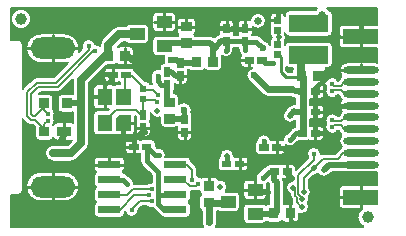
<source format=gbl>
G04 Layer: BottomLayer*
G04 EasyEDA Pro v1.8.39, 2022-10-27 11:15:30*
G04 Gerber Generator version 0.3*
G04 Scale: 100 percent, Rotated: No, Reflected: No*
G04 Dimensions in millimeters*
G04 Leading zeros omitted, absolute positions, 3 integers and 3 decimals*
%FSLAX33Y33*%
%MOMM*%
%ADD999C,0.2032*%
%ADD10C,0.254*%
%ADD11O,3.79984X1.80086*%
%ADD12C,1.00076*%
%ADD13O,2.999999X0.599999*%
%ADD14C,0.450002*%
%ADD15C,0.599999*%
%ADD16C,0.6590*%
%ADD17C,0.650001*%
%ADD18C,0.499999*%
%ADD19C,0.2032*%
%ADD20C,0.399999*%
%ADD21C,0.600001*%
%ADD22C,0.127*%
%ADD23C,0.25*%
%ADD24C,0.299999*%
%ADD25C,0.700001*%
%ADD26C,0.202999*%
G75*


G04 Copper Start*
G36*
G01X358Y358D02*
G01X358Y3042D01*
G01X1000D01*
G03X1358Y3400I0J358D01*
G01Y9459D01*
G03X1402Y9408I369J274D01*
G01X1737Y9073D01*
G03X2063Y8938I325J325D01*
G01X2248D01*
G01X2413Y8773D01*
G01Y7991D01*
G03X2771Y7633I358J0D01*
G01X3609D01*
G03X3951Y7884I0J358D01*
G03X4293Y7633I342J106D01*
G01X5487D01*
G03X5515Y7634I0J358D01*
G01X5168Y7287D01*
G01X4470D01*
G01X3937D01*
G03X3229Y6579I0J-708D01*
G03X3937Y5870I708J0D01*
G01X4470D01*
G01X5461D01*
G03X5962Y6078I0J708D01*
G01X6800Y6916D01*
G03X7007Y7417I-501J501D01*
G01Y10786D01*
G01Y12483D01*
G01X8525Y14000D01*
G01X9008D01*
G03X9308Y14163I0J358D01*
G03X9608Y14000I300J196D01*
G01X10408D01*
G03X10766Y14358I0J358D01*
G01Y15258D01*
G03X10408Y15616I-358J0D01*
G01X9608D01*
G03X9437Y15573I0J-358D01*
G01X9818Y15954D01*
G01X10117D01*
G03X10414Y15796I297J200D01*
G01X11684D01*
G03X12042Y16154I0J358D01*
G01Y17170D01*
G03X11684Y17529I-358J0D01*
G01X10414D01*
G03X10117Y17371I0J-358D01*
G01X9525D01*
G03X9024Y17163I0J-708D01*
G01X8110Y16249D01*
G03X7902Y15748I501J-501D01*
G01Y15653D01*
G03X7518Y15798I-384J-439D01*
G01X7504D01*
G03X6934Y16255I-569J-126D01*
G03X6351Y15672I0J-583D01*
G03X6402Y15434I583J0D01*
G01X6118Y15151D01*
G03X6154Y15450I-1223J299D01*
G03X4896Y16708I-1259J0D01*
G01X2897D01*
G03X1638Y15450I0J-1259D01*
G03X2897Y14191I1259J0D01*
G01X4896D01*
G03X5195Y14227I0J1259D01*
G01X3975Y13007D01*
G01X2545D01*
G03X2220Y12873I0J-460D01*
G01X1402Y12055D01*
G03X1358Y12004I325J-325D01*
G01Y15800D01*
G03X1000Y16158I-358J0D01*
G01X358D01*
G01Y18842D01*
G01X2286D01*
G01X26288D01*
G03X26137Y18668I433J-528D01*
G01X23918D01*
G03X23560Y18310I0J-358D01*
G01Y18172D01*
G03X23206Y18473I-354J-57D01*
G01X22666D01*
G03X22308Y18115I0J-358D01*
G01Y17549D01*
G03X22341Y17399I358J0D01*
G03X22308Y17249I325J-150D01*
G01Y16683D01*
G03X22430Y16414I358J0D01*
G03Y16383I607J-31D01*
G03Y16352I608J0D01*
G03X22308Y16083I236J-270D01*
G01Y15733D01*
G03X21865Y16084I-591J-289D01*
G01X21527Y16422D01*
G03X21133Y16586I-395J-395D01*
G01X20794D01*
G03X20821Y16723I-331J137D01*
G01Y17279D01*
G03X21285Y17097I464J501D01*
G03X21968Y17780I0J683D01*
G03X21285Y18463I-683J0D01*
G03X20605Y17841I0J-683D01*
G03X20463Y17871I-142J-329D01*
G01X19923D01*
G03X19565Y17513I0J-358D01*
G01Y16723D01*
G03X19587Y16599I358J0D01*
G01X19219D01*
G03X19246Y16736I-331J137D01*
G01Y17526D01*
G03X18888Y17884I-358J0D01*
G01X18348D01*
G03X17990Y17526I0J-358D01*
G01Y16736D01*
G03X17999Y16657I358J0D01*
G03X17756Y16508I187J-579D01*
G01X17625Y16377D01*
G03X17247Y16509I-378J-476D01*
G01X15945D01*
G03X15860Y16586I-281J-222D01*
G03X16023Y16886I-196J300D01*
G01Y17686D01*
G03X15665Y18044I-358J0D01*
G01X14765D01*
G03X14406Y17686I0J-358D01*
G01Y16886D01*
G03X14569Y16586I358J0D01*
G03X14484Y16509I196J-300D01*
G01X14023D01*
G03X13970Y16513I-53J-354D01*
G01X12700D01*
G03X12342Y16154I0J-358D01*
G01Y15138D01*
G03X12700Y14780I358J0D01*
G01X13348D01*
G03X13286Y14503I597J-277D01*
G03X13360Y14201I658J0D01*
G01X13319D01*
G03X12961Y13843I0J-358D01*
G01Y13685D01*
G03X12776Y13715I-185J-553D01*
G03X12193Y13132I0J-583D01*
G03X12218Y12963I583J0D01*
G01Y12675D01*
G03X12291Y12399I558J0D01*
G01X12171D01*
G03X11827Y12656I-344J-101D01*
G01X11719D01*
G01X10918Y13457D01*
G03X10843Y13518I-325J-325D01*
G03X10491Y13811I-352J-65D01*
G01X9700D01*
G03X9550Y13778I0J-358D01*
G03X9400Y13811I-150J-325D01*
G01X8610D01*
G03X8252Y13453I0J-358D01*
G01Y12913D01*
G03X8610Y12554I358J0D01*
G01X9400D01*
G03X9550Y12587I0J358D01*
G03X9599Y12569I150J325D01*
G01Y12394D01*
G01X9294D01*
G03X9093Y12332I0J-358D01*
G03X8893Y12394I-201J-297D01*
G01X7694D01*
G03X7336Y12036I0J-358D01*
G01Y10636D01*
G03X7694Y10278I358J0D01*
G01X8637D01*
G01X8554Y10194D01*
G01X7694D01*
G03X7336Y9836I0J-358D01*
G01Y8437D01*
G03X7694Y8078I358J0D01*
G01X8893D01*
G03X9092Y8139I0J358D01*
G03X9294Y8077I202J296D01*
G01X10493D01*
G03X10851Y8435I0J358D01*
G01Y9683D01*
G01X10929Y9605D01*
G01Y9421D01*
G03X10962Y9271I358J0D01*
G03X10929Y9121I325J-150D01*
G01Y8331D01*
G03X11287Y7973I358J0D01*
G01X11827D01*
G03X12185Y8331I0J358D01*
G01Y9121D01*
G03X12152Y9271I-358J0D01*
G03X12185Y9421I-325J150D01*
G01Y9981D01*
G03X12762Y9564I577J191D01*
G03X13002Y9613I0J608D01*
G01Y9086D01*
G03X13360Y8727I358J0D01*
G01X14224D01*
G03X14439Y8799I0J358D01*
G03X14434Y8740I353J-59D01*
G01Y7950D01*
G03X14792Y7592I358J0D01*
G01X15332D01*
G03X15690Y7950I0J358D01*
G01Y8740D01*
G03X15657Y8890I-358J0D01*
G03X15690Y9040I-325J150D01*
G01Y9830D01*
G03X15634Y10023I-358J0D01*
G03X15670Y10236I-623J213D01*
G03X15011Y10894I-658J0D01*
G03X14582Y10735I0J-658D01*
G01Y11285D01*
G03X14224Y11643I-358J0D01*
G01X14197D01*
G01Y11845D01*
G03X14217Y11963I-338J118D01*
G01Y12442D01*
G03X14437Y12367I219J283D01*
G01X14977D01*
G03X15335Y12725I0J358D01*
G01Y13515D01*
G03X15324Y13602I-358J0D01*
G01X15424D01*
G03X15664Y13510I240J266D01*
G01X16464D01*
G03X16764Y13672I0J358D01*
G03X17064Y13510I300J196D01*
G01X17864D01*
G03X18222Y13868I0J358D01*
G01Y14732D01*
G03X18210Y14826I-358J0D01*
G03X18593Y14682I383J440D01*
G03X19176Y15265I0J583D01*
G01Y15269D01*
G01Y15291D01*
G01Y15433D01*
G03X19207Y15483I-288J213D01*
G01X19597D01*
G03X19635Y15420I326J149D01*
G01Y15367D01*
G01Y15346D01*
G01Y15342D01*
G03X19843Y14895I583J0D01*
G03X19784Y14697I299J-198D01*
G01Y14157D01*
G03X20142Y13799I358J0D01*
G01X20810D01*
G03X20297Y13157I145J-642D01*
G03X20490Y12692I658J0D01*
G01X21633Y11549D01*
G03X22098Y11356I465J465D01*
G01X23980D01*
G03X24384Y11203I404J455D01*
G01X24400D01*
G01Y10728D01*
G03X24346Y10730I-54J-606D01*
G03X23916Y10552I0J-608D01*
G01X23548Y10184D01*
G03X23369Y9754I430J-430D01*
G03X23978Y9145I608J0D01*
G03X24400Y9316I0J608D01*
G01Y8811D01*
G03X24128Y8661I123J-544D01*
G01X23702Y8236D01*
G03X23394Y7722I275J-514D01*
G03X23397Y7665I583J0D01*
G03X23267Y7689I-131J-334D01*
G01X22477D01*
G03X22347Y7665I0J-358D01*
G03X21768Y8180I-579J-68D01*
G03X21185Y7628I0J-583D01*
G03X21028Y7331I201J-296D01*
G01Y6791D01*
G03X21386Y6433I358J0D01*
G01X22177D01*
G03X22327Y6466I0J358D01*
G03X22477Y6433I150J325D01*
G01X23267D01*
G03X23625Y6791I0J358D01*
G01Y7257D01*
G03X23978Y7138I353J464D01*
G03X24492Y7446I0J583D01*
G01X24672Y7627D01*
G01X24850D01*
G03X25046Y7597I196J628D01*
G03X25243Y7627I0J658D01*
G01X25441D01*
G03X25592Y7660I0J358D01*
G03X25742Y7627I150J325D01*
G01X26532D01*
G03X26890Y7985I0J358D01*
G01Y8525D01*
G03X26532Y8883I-358J0D01*
G01X25742D01*
G01X25716Y8882D01*
G01Y9432D01*
G03X25753Y9430I37J356D01*
G01X26543D01*
G03X26901Y9788I0J358D01*
G01Y10328D01*
G03X26543Y10687I-358J0D01*
G01X25753D01*
G03X25716Y10685I0J-358D01*
G01Y11185D01*
G03X25753Y11183I37J356D01*
G01X26543D01*
G03X26901Y11541I0J358D01*
G01Y12081D01*
G03X26823Y12305I-358J0D01*
G03X26980Y12378I-69J351D01*
G03X27070Y12129I579J68D01*
G03X26976Y11811I489J-317D01*
G03X27559Y11228I583J0D01*
G03X28038Y11478I0J583D01*
G01X28105D01*
G01X28168Y11415D01*
G03X28372Y11100I632J185D01*
G03X28142Y10600I428J-500D01*
G03X28372Y10100I658J0D01*
G03X28186Y9836I428J-500D01*
G01X28174Y9825D01*
G01X28080Y9731D01*
G01X28019D01*
G03X27559Y9956I-460J-358D01*
G03X26976Y9373I0J-583D01*
G03X27054Y9081I583J0D01*
G03X26976Y8788I505J-292D01*
G03X27559Y8205I583J0D01*
G03X28055Y8481I0J583D01*
G01X28080D01*
G01X28179Y8382D01*
G03X28372Y8100I621J218D01*
G03X28142Y7600I428J-500D01*
G03X28372Y7100I658J0D01*
G03X28229Y6927I428J-500D01*
G03X28197Y6898I266J-327D01*
G01X27842Y6543D01*
G01X26822D01*
G03X26590Y6473I0J-422D01*
G03X26593Y6528I-581J54D01*
G03X26010Y7111I-583J0D01*
G03X25426Y6528I0J-583D01*
G03X25555Y6162I583J0D01*
G01X24514Y5120D01*
G01Y5299D01*
G03X24156Y5657I-358J0D01*
G01X23366D01*
G03X23216Y5624I0J-358D01*
G03X23066Y5657I-150J-325D01*
G01X22275D01*
G03X21984Y5507I0J-358D01*
G03X21830Y5398I241J-503D01*
G01X21391Y4959D01*
G03X21083Y4445I275J-514D01*
G03X21092Y4346I583J0D01*
G01X20396D01*
G03X20038Y3988I0J-358D01*
G01Y2972D01*
G03X20396Y2614I358J0D01*
G01X21666D01*
G03X22024Y2972I0J358D01*
G01Y3985D01*
G03X22113Y4071I-358J460D01*
G03X22227Y3913I544J273D01*
G01X22252Y3888D01*
G01Y2307D01*
G01X22217D01*
G03X21945Y2181I0J-358D01*
G03X21666Y2314I-278J-225D01*
G01X20396D01*
G03X20038Y1956I0J-358D01*
G01Y940D01*
G03X20396Y582I358J0D01*
G01X21666D01*
G03X21985Y776I0J358D01*
G03X22217Y690I232J272D01*
G01X23017D01*
G03X23317Y853I0J358D01*
G03X23617Y690I300J196D01*
G01X24417D01*
G03X24775Y1049I0J358D01*
G01Y1464D01*
G03X24994Y1424I218J568D01*
G03X25602Y2032I0J608D01*
G03X25512Y2350I-608J0D01*
G03X25602Y2667I-519J318D01*
G03X25575Y2846I-608J0D01*
G03X25754Y3277I-429J431D01*
G03X25568Y3715I-608J0D01*
G01Y4270D01*
G01X25998Y4701D01*
G01X26010Y4700D01*
G03X26380Y4826I0J608D01*
G03X26873Y4573I493J355D01*
G03X27303Y4752I0J608D01*
G01X27544Y4992D01*
G01X28548D01*
G03X28800Y4942I252J608D01*
G01X31200D01*
G03X31342Y4957I0J658D01*
G01Y3857D01*
G01X28476D01*
G03X28118Y3499I0J-358D01*
G01Y2199D01*
G03X28476Y1841I358J0D01*
G01X30056D01*
G03X29698Y1143I500J-698D01*
G03X30208Y358I859J0D01*
G01X17726D01*
G03X17829Y711I-555J353D01*
G01Y1704D01*
G01X17855D01*
G03X18110Y1598I255J252D01*
G01X19380D01*
G03X19738Y1956I0J358D01*
G01Y2972D01*
G03X19380Y3330I-358J0D01*
G01X18539D01*
G03X18693Y3734I-455J404D01*
G03X18085Y4342I-608J0D01*
G03X17908Y4316I0J-608D01*
G03X17570Y4557I-339J-117D01*
G01X16670D01*
G03X16480Y4502I0J-358D01*
G03X16210Y4571I-274J-515D01*
G03X16119Y4695I-512J-278D01*
G01Y5182D01*
G03X15995Y5480I-422J0D01*
G01X15585Y5890D01*
G01Y5931D01*
G03X15227Y6289I-358J0D01*
G01X13438D01*
G03X13461Y6452I-560J163D01*
G03X12878Y7035I-583J0D01*
G03X12742Y7019I0J-583D01*
G01X12613Y7148D01*
G01Y7382D01*
G03X12255Y7740I-358J0D01*
G01X11465D01*
G03X11315Y7707I0J-358D01*
G03X11165Y7740I-150J-325D01*
G01X10375D01*
G03X10016Y7382I0J-358D01*
G01Y6842D01*
G03X10375Y6484I358J0D01*
G01X11165D01*
G03X11302Y6511I0J358D01*
G01Y5920D01*
G03X11465Y5526I558J0D01*
G01X12269Y4722D01*
G01Y4139D01*
G01X12268D01*
G03X11865Y3978I0J-583D01*
G01X10793D01*
G01X10794Y3988D01*
G03X10409Y4553I-608J0D01*
G01X10224Y4738D01*
G03X9910Y4896I-395J-395D01*
G03X9805Y4978I-270J-235D01*
G03X9997Y5296I-166J318D01*
G01Y5931D01*
G03X9639Y6289I-358J0D01*
G01X7734D01*
G03X7376Y5931I0J-358D01*
G01Y5296D01*
G03X7569Y4978I358J0D01*
G03X7376Y4661I166J-317D01*
G01Y4026D01*
G03X7569Y3708I358J0D01*
G03X7376Y3391I166J-317D01*
G01Y2756D01*
G03X7569Y2438I358J0D01*
G03X7376Y2121I166J-317D01*
G01Y1486D01*
G03X7734Y1128I358J0D01*
G01X9639D01*
G03X9997Y1486I0J358D01*
G01Y1629D01*
G01X10018Y1649D01*
G03X10592Y1169I574J103D01*
G03X11175Y1753I0J583D01*
G03X11172Y1813I-583J0D01*
G01X11427Y2068D01*
G01X11865D01*
G03X12268Y1906I403J422D01*
G03X12422Y1927I0J583D01*
G01X12432Y1917D01*
G01X12940Y1409D01*
G03X12983Y1370I395J395D01*
G03X13322Y1128I339J116D01*
G01X15227D01*
G03X15585Y1486I0J358D01*
G01Y2121D01*
G03X15393Y2438I-358J0D01*
G03X15585Y2756I-166J318D01*
G01Y3388D01*
G01X16027D01*
G03X16152Y3407I0J422D01*
G03X16205Y3405I53J581D01*
G03X16311Y3414I0J583D01*
G01Y3399D01*
G03X16474Y3099I358J0D01*
G03X16311Y2799I196J-300D01*
G01Y1999D01*
G03X16512Y1677I358J0D01*
G01Y711D01*
G03X16615Y358I658J0D01*
G01X358D01*
G37*
%LPC*%
G36*
G01X4896Y2492D02*
G03X6154Y3750I0J1259D01*
G03X4896Y5009I-1259J0D01*
G01X2897D01*
G03X1638Y3750I0J-1259D01*
G03X2897Y2492I1259J0D01*
G01X4896D01*
G37*
G36*
G01X19027Y5036D02*
G03X19177Y5069I0J358D01*
G03X19327Y5036I150J325D01*
G01X20117D01*
G03X20475Y5394I0J358D01*
G01Y5934D01*
G03X20117Y6292I-358J0D01*
G01X19327D01*
G03X19248Y6284I0J-358D01*
G03X19252Y6350I-604J66D01*
G03X18644Y6958I-608J0D01*
G03X18035Y6350I0J-608D01*
G03X18046Y6237I608J0D01*
G03X17879Y5934I191J-303D01*
G01Y5394D01*
G03X18237Y5036I358J0D01*
G01X19027D01*
G37*
G36*
G01X13970Y16812D02*
G03X14328Y17170I0J358D01*
G01Y18186D01*
G03X13970Y18545I-358J0D01*
G01X12700D01*
G03X12342Y18186I0J-358D01*
G01Y17170D01*
G03X12700Y16812I358J0D01*
G01X13970D01*
G37*
G36*
G01X1219Y17074D02*
G03X2078Y17932I0J859D01*
G03X1219Y18791I-859J0D01*
G03X361Y17932I0J-859D01*
G03X1219Y17074I859J0D01*
G37*
%LPD*%
G36*
G01X4293Y9187D02*
G03X3951Y8935I0J-358D01*
G03X3941Y8965I-342J-106D01*
G03X4063Y9322I-461J357D01*
G03X3977Y9627I-583J0D01*
G03X4063Y9931I-497J305D01*
G03X3953Y10272I-583J0D01*
G03X3967Y10373I-344J101D01*
G01Y11212D01*
G03X3609Y11570I-358J0D01*
G01X2771D01*
G03X2716Y11566I0J-358D01*
G01X2883Y11732D01*
G01X4313D01*
G03X4638Y11867I0J460D01*
G01X5593Y12821D01*
G03X5591Y12776I707J-45D01*
G01Y11560D01*
G03X5509Y11570I-82J-349D01*
G01X4671D01*
G03X4313Y11212I0J-358D01*
G01Y10373D01*
G03X4671Y10015I358J0D01*
G01X5509D01*
G03X5591Y10025I0J358D01*
G01Y9172D01*
G03X5487Y9187I-104J-343D01*
G01X4293D01*
G37*
G36*
G01X23617Y2307D02*
G03X23468Y2274I0J-358D01*
G01Y4140D01*
G03X23409Y4401I-608J0D01*
G01X24156D01*
G03X24284Y4425I0J358D01*
G01Y4265D01*
G03X24257Y4266I-27J-608D01*
G03X23649Y3658I0J-608D01*
G03X24030Y3093I608J0D01*
G01Y2989D01*
G03X24131Y2714I422J0D01*
G01Y2422D01*
G03X24147Y2307I422J0D01*
G01X23617D01*
G37*
G36*
G01X28069Y12728D02*
G03X27559Y13029I-510J-282D01*
G03X27112Y12821I0J-583D01*
G01Y13556D01*
G03X27022Y13793I-358J0D01*
G01X27238D01*
G03X27596Y14152I0J358D01*
G01Y15653D01*
G03X27238Y16011I-358J0D01*
G01X23918D01*
G03X23564Y15710I0J-358D01*
G01Y16079D01*
G03X23646Y16383I-527J304D01*
G03X23564Y16687I-608J0D01*
G01Y16751D01*
G03X23918Y16450I354J57D01*
G01X27238D01*
G03X27596Y16808I0J358D01*
G01Y18310D01*
G03X27309Y18661I-358J0D01*
G03X27154Y18842I-588J-347D01*
G01X31342D01*
G01Y17458D01*
G01X28463D01*
G03X28105Y17100I0J-358D01*
G01Y15800D01*
G03X28463Y15442I358J0D01*
G01X31342D01*
G01Y14243D01*
G03X31200Y14258I-142J-643D01*
G01X28800D01*
G03X28142Y13600I0J-658D01*
G03X28372Y13100I658J0D01*
G03X28184Y12832I428J-500D01*
G01X28080Y12728D01*
G01X28069D01*
G37*
G36*
G01X24196Y13556D02*
G01X24196Y13488D01*
G01X23822D01*
G01X23673Y13637D01*
G01Y13890D01*
G03X23918Y13793I245J262D01*
G01X24246D01*
G01Y13739D01*
G03X24196Y13556I308J-183D01*
G37*
G54D999*
G01X358Y358D02*
G01X358Y3042D01*
G01X1000D01*
G03X1358Y3400I0J358D01*
G01Y9459D01*
G03X1402Y9408I369J274D01*
G01X1737Y9073D01*
G03X2063Y8938I325J325D01*
G01X2248D01*
G01X2413Y8773D01*
G01Y7991D01*
G03X2771Y7633I358J0D01*
G01X3609D01*
G03X3951Y7884I0J358D01*
G03X4293Y7633I342J106D01*
G01X5487D01*
G03X5515Y7634I0J358D01*
G01X5168Y7287D01*
G01X4470D01*
G01X3937D01*
G03X3229Y6579I0J-708D01*
G03X3937Y5870I708J0D01*
G01X4470D01*
G01X5461D01*
G03X5962Y6078I0J708D01*
G01X6800Y6916D01*
G03X7007Y7417I-501J501D01*
G01Y10786D01*
G01Y12483D01*
G01X8525Y14000D01*
G01X9008D01*
G03X9308Y14163I0J358D01*
G03X9608Y14000I300J196D01*
G01X10408D01*
G03X10766Y14358I0J358D01*
G01Y15258D01*
G03X10408Y15616I-358J0D01*
G01X9608D01*
G03X9437Y15573I0J-358D01*
G01X9818Y15954D01*
G01X10117D01*
G03X10414Y15796I297J200D01*
G01X11684D01*
G03X12042Y16154I0J358D01*
G01Y17170D01*
G03X11684Y17529I-358J0D01*
G01X10414D01*
G03X10117Y17371I0J-358D01*
G01X9525D01*
G03X9024Y17163I0J-708D01*
G01X8110Y16249D01*
G03X7902Y15748I501J-501D01*
G01Y15653D01*
G03X7518Y15798I-384J-439D01*
G01X7504D01*
G03X6934Y16255I-569J-126D01*
G03X6351Y15672I0J-583D01*
G03X6402Y15434I583J0D01*
G01X6118Y15151D01*
G03X6154Y15450I-1223J299D01*
G03X4896Y16708I-1259J0D01*
G01X2897D01*
G03X1638Y15450I0J-1259D01*
G03X2897Y14191I1259J0D01*
G01X4896D01*
G03X5195Y14227I0J1259D01*
G01X3975Y13007D01*
G01X2545D01*
G03X2220Y12873I0J-460D01*
G01X1402Y12055D01*
G03X1358Y12004I325J-325D01*
G01Y15800D01*
G03X1000Y16158I-358J0D01*
G01X358D01*
G01Y18842D01*
G01X2286D01*
G01X26288D01*
G03X26137Y18668I433J-528D01*
G01X23918D01*
G03X23560Y18310I0J-358D01*
G01Y18172D01*
G03X23206Y18473I-354J-57D01*
G01X22666D01*
G03X22308Y18115I0J-358D01*
G01Y17549D01*
G03X22341Y17399I358J0D01*
G03X22308Y17249I325J-150D01*
G01Y16683D01*
G03X22430Y16414I358J0D01*
G03Y16383I607J-31D01*
G03Y16352I608J0D01*
G03X22308Y16083I236J-270D01*
G01Y15733D01*
G03X21865Y16084I-591J-289D01*
G01X21527Y16422D01*
G03X21133Y16586I-395J-395D01*
G01X20794D01*
G03X20821Y16723I-331J137D01*
G01Y17279D01*
G03X21285Y17097I464J501D01*
G03X21968Y17780I0J683D01*
G03X21285Y18463I-683J0D01*
G03X20605Y17841I0J-683D01*
G03X20463Y17871I-142J-329D01*
G01X19923D01*
G03X19565Y17513I0J-358D01*
G01Y16723D01*
G03X19587Y16599I358J0D01*
G01X19219D01*
G03X19246Y16736I-331J137D01*
G01Y17526D01*
G03X18888Y17884I-358J0D01*
G01X18348D01*
G03X17990Y17526I0J-358D01*
G01Y16736D01*
G03X17999Y16657I358J0D01*
G03X17756Y16508I187J-579D01*
G01X17625Y16377D01*
G03X17247Y16509I-378J-476D01*
G01X15945D01*
G03X15860Y16586I-281J-222D01*
G03X16023Y16886I-196J300D01*
G01Y17686D01*
G03X15665Y18044I-358J0D01*
G01X14765D01*
G03X14406Y17686I0J-358D01*
G01Y16886D01*
G03X14569Y16586I358J0D01*
G03X14484Y16509I196J-300D01*
G01X14023D01*
G03X13970Y16513I-53J-354D01*
G01X12700D01*
G03X12342Y16154I0J-358D01*
G01Y15138D01*
G03X12700Y14780I358J0D01*
G01X13348D01*
G03X13286Y14503I597J-277D01*
G03X13360Y14201I658J0D01*
G01X13319D01*
G03X12961Y13843I0J-358D01*
G01Y13685D01*
G03X12776Y13715I-185J-553D01*
G03X12193Y13132I0J-583D01*
G03X12218Y12963I583J0D01*
G01Y12675D01*
G03X12291Y12399I558J0D01*
G01X12171D01*
G03X11827Y12656I-344J-101D01*
G01X11719D01*
G01X10918Y13457D01*
G03X10843Y13518I-325J-325D01*
G03X10491Y13811I-352J-65D01*
G01X9700D01*
G03X9550Y13778I0J-358D01*
G03X9400Y13811I-150J-325D01*
G01X8610D01*
G03X8252Y13453I0J-358D01*
G01Y12913D01*
G03X8610Y12554I358J0D01*
G01X9400D01*
G03X9550Y12587I0J358D01*
G03X9599Y12569I150J325D01*
G01Y12394D01*
G01X9294D01*
G03X9093Y12332I0J-358D01*
G03X8893Y12394I-201J-297D01*
G01X7694D01*
G03X7336Y12036I0J-358D01*
G01Y10636D01*
G03X7694Y10278I358J0D01*
G01X8637D01*
G01X8554Y10194D01*
G01X7694D01*
G03X7336Y9836I0J-358D01*
G01Y8437D01*
G03X7694Y8078I358J0D01*
G01X8893D01*
G03X9092Y8139I0J358D01*
G03X9294Y8077I202J296D01*
G01X10493D01*
G03X10851Y8435I0J358D01*
G01Y9683D01*
G01X10929Y9605D01*
G01Y9421D01*
G03X10962Y9271I358J0D01*
G03X10929Y9121I325J-150D01*
G01Y8331D01*
G03X11287Y7973I358J0D01*
G01X11827D01*
G03X12185Y8331I0J358D01*
G01Y9121D01*
G03X12152Y9271I-358J0D01*
G03X12185Y9421I-325J150D01*
G01Y9981D01*
G03X12762Y9564I577J191D01*
G03X13002Y9613I0J608D01*
G01Y9086D01*
G03X13360Y8727I358J0D01*
G01X14224D01*
G03X14439Y8799I0J358D01*
G03X14434Y8740I353J-59D01*
G01Y7950D01*
G03X14792Y7592I358J0D01*
G01X15332D01*
G03X15690Y7950I0J358D01*
G01Y8740D01*
G03X15657Y8890I-358J0D01*
G03X15690Y9040I-325J150D01*
G01Y9830D01*
G03X15634Y10023I-358J0D01*
G03X15670Y10236I-623J213D01*
G03X15011Y10894I-658J0D01*
G03X14582Y10735I0J-658D01*
G01Y11285D01*
G03X14224Y11643I-358J0D01*
G01X14197D01*
G01Y11845D01*
G03X14217Y11963I-338J118D01*
G01Y12442D01*
G03X14437Y12367I219J283D01*
G01X14977D01*
G03X15335Y12725I0J358D01*
G01Y13515D01*
G03X15324Y13602I-358J0D01*
G01X15424D01*
G03X15664Y13510I240J266D01*
G01X16464D01*
G03X16764Y13672I0J358D01*
G03X17064Y13510I300J196D01*
G01X17864D01*
G03X18222Y13868I0J358D01*
G01Y14732D01*
G03X18210Y14826I-358J0D01*
G03X18593Y14682I383J440D01*
G03X19176Y15265I0J583D01*
G01Y15269D01*
G01Y15291D01*
G01Y15433D01*
G03X19207Y15483I-288J213D01*
G01X19597D01*
G03X19635Y15420I326J149D01*
G01Y15367D01*
G01Y15346D01*
G01Y15342D01*
G03X19843Y14895I583J0D01*
G03X19784Y14697I299J-198D01*
G01Y14157D01*
G03X20142Y13799I358J0D01*
G01X20810D01*
G03X20297Y13157I145J-642D01*
G03X20490Y12692I658J0D01*
G01X21633Y11549D01*
G03X22098Y11356I465J465D01*
G01X23980D01*
G03X24384Y11203I404J455D01*
G01X24400D01*
G01Y10728D01*
G03X24346Y10730I-54J-606D01*
G03X23916Y10552I0J-608D01*
G01X23548Y10184D01*
G03X23369Y9754I430J-430D01*
G03X23978Y9145I608J0D01*
G03X24400Y9316I0J608D01*
G01Y8811D01*
G03X24128Y8661I123J-544D01*
G01X23702Y8236D01*
G03X23394Y7722I275J-514D01*
G03X23397Y7665I583J0D01*
G03X23267Y7689I-131J-334D01*
G01X22477D01*
G03X22347Y7665I0J-358D01*
G03X21768Y8180I-579J-68D01*
G03X21185Y7628I0J-583D01*
G03X21028Y7331I201J-296D01*
G01Y6791D01*
G03X21386Y6433I358J0D01*
G01X22177D01*
G03X22327Y6466I0J358D01*
G03X22477Y6433I150J325D01*
G01X23267D01*
G03X23625Y6791I0J358D01*
G01Y7257D01*
G03X23978Y7138I353J464D01*
G03X24492Y7446I0J583D01*
G01X24672Y7627D01*
G01X24850D01*
G03X25046Y7597I196J628D01*
G03X25243Y7627I0J658D01*
G01X25441D01*
G03X25592Y7660I0J358D01*
G03X25742Y7627I150J325D01*
G01X26532D01*
G03X26890Y7985I0J358D01*
G01Y8525D01*
G03X26532Y8883I-358J0D01*
G01X25742D01*
G01X25716Y8882D01*
G01Y9432D01*
G03X25753Y9430I37J356D01*
G01X26543D01*
G03X26901Y9788I0J358D01*
G01Y10328D01*
G03X26543Y10687I-358J0D01*
G01X25753D01*
G03X25716Y10685I0J-358D01*
G01Y11185D01*
G03X25753Y11183I37J356D01*
G01X26543D01*
G03X26901Y11541I0J358D01*
G01Y12081D01*
G03X26823Y12305I-358J0D01*
G03X26980Y12378I-69J351D01*
G03X27070Y12129I579J68D01*
G03X26976Y11811I489J-317D01*
G03X27559Y11228I583J0D01*
G03X28038Y11478I0J583D01*
G01X28105D01*
G01X28168Y11415D01*
G03X28372Y11100I632J185D01*
G03X28142Y10600I428J-500D01*
G03X28372Y10100I658J0D01*
G03X28186Y9836I428J-500D01*
G01X28174Y9825D01*
G01X28080Y9731D01*
G01X28019D01*
G03X27559Y9956I-460J-358D01*
G03X26976Y9373I0J-583D01*
G03X27054Y9081I583J0D01*
G03X26976Y8788I505J-292D01*
G03X27559Y8205I583J0D01*
G03X28055Y8481I0J583D01*
G01X28080D01*
G01X28179Y8382D01*
G03X28372Y8100I621J218D01*
G03X28142Y7600I428J-500D01*
G03X28372Y7100I658J0D01*
G03X28229Y6927I428J-500D01*
G03X28197Y6898I266J-327D01*
G01X27842Y6543D01*
G01X26822D01*
G03X26590Y6473I0J-422D01*
G03X26593Y6528I-581J54D01*
G03X26010Y7111I-583J0D01*
G03X25426Y6528I0J-583D01*
G03X25555Y6162I583J0D01*
G01X24514Y5120D01*
G01Y5299D01*
G03X24156Y5657I-358J0D01*
G01X23366D01*
G03X23216Y5624I0J-358D01*
G03X23066Y5657I-150J-325D01*
G01X22275D01*
G03X21984Y5507I0J-358D01*
G03X21830Y5398I241J-503D01*
G01X21391Y4959D01*
G03X21083Y4445I275J-514D01*
G03X21092Y4346I583J0D01*
G01X20396D01*
G03X20038Y3988I0J-358D01*
G01Y2972D01*
G03X20396Y2614I358J0D01*
G01X21666D01*
G03X22024Y2972I0J358D01*
G01Y3985D01*
G03X22113Y4071I-358J460D01*
G03X22227Y3913I544J273D01*
G01X22252Y3888D01*
G01Y2307D01*
G01X22217D01*
G03X21945Y2181I0J-358D01*
G03X21666Y2314I-278J-225D01*
G01X20396D01*
G03X20038Y1956I0J-358D01*
G01Y940D01*
G03X20396Y582I358J0D01*
G01X21666D01*
G03X21985Y776I0J358D01*
G03X22217Y690I232J272D01*
G01X23017D01*
G03X23317Y853I0J358D01*
G03X23617Y690I300J196D01*
G01X24417D01*
G03X24775Y1049I0J358D01*
G01Y1464D01*
G03X24994Y1424I218J568D01*
G03X25602Y2032I0J608D01*
G03X25512Y2350I-608J0D01*
G03X25602Y2667I-519J318D01*
G03X25575Y2846I-608J0D01*
G03X25754Y3277I-429J431D01*
G03X25568Y3715I-608J0D01*
G01Y4270D01*
G01X25998Y4701D01*
G01X26010Y4700D01*
G03X26380Y4826I0J608D01*
G03X26873Y4573I493J355D01*
G03X27303Y4752I0J608D01*
G01X27544Y4992D01*
G01X28548D01*
G03X28800Y4942I252J608D01*
G01X31200D01*
G03X31342Y4957I0J658D01*
G01Y3857D01*
G01X28476D01*
G03X28118Y3499I0J-358D01*
G01Y2199D01*
G03X28476Y1841I358J0D01*
G01X30056D01*
G03X29698Y1143I500J-698D01*
G03X30208Y358I859J0D01*
G01X17726D01*
G03X17829Y711I-555J353D01*
G01Y1704D01*
G01X17855D01*
G03X18110Y1598I255J252D01*
G01X19380D01*
G03X19738Y1956I0J358D01*
G01Y2972D01*
G03X19380Y3330I-358J0D01*
G01X18539D01*
G03X18693Y3734I-455J404D01*
G03X18085Y4342I-608J0D01*
G03X17908Y4316I0J-608D01*
G03X17570Y4557I-339J-117D01*
G01X16670D01*
G03X16480Y4502I0J-358D01*
G03X16210Y4571I-274J-515D01*
G03X16119Y4695I-512J-278D01*
G01Y5182D01*
G03X15995Y5480I-422J0D01*
G01X15585Y5890D01*
G01Y5931D01*
G03X15227Y6289I-358J0D01*
G01X13438D01*
G03X13461Y6452I-560J163D01*
G03X12878Y7035I-583J0D01*
G03X12742Y7019I0J-583D01*
G01X12613Y7148D01*
G01Y7382D01*
G03X12255Y7740I-358J0D01*
G01X11465D01*
G03X11315Y7707I0J-358D01*
G03X11165Y7740I-150J-325D01*
G01X10375D01*
G03X10016Y7382I0J-358D01*
G01Y6842D01*
G03X10375Y6484I358J0D01*
G01X11165D01*
G03X11302Y6511I0J358D01*
G01Y5920D01*
G03X11465Y5526I558J0D01*
G01X12269Y4722D01*
G01Y4139D01*
G01X12268D01*
G03X11865Y3978I0J-583D01*
G01X10793D01*
G01X10794Y3988D01*
G03X10409Y4553I-608J0D01*
G01X10224Y4738D01*
G03X9910Y4896I-395J-395D01*
G03X9805Y4978I-270J-235D01*
G03X9997Y5296I-166J318D01*
G01Y5931D01*
G03X9639Y6289I-358J0D01*
G01X7734D01*
G03X7376Y5931I0J-358D01*
G01Y5296D01*
G03X7569Y4978I358J0D01*
G03X7376Y4661I166J-317D01*
G01Y4026D01*
G03X7569Y3708I358J0D01*
G03X7376Y3391I166J-317D01*
G01Y2756D01*
G03X7569Y2438I358J0D01*
G03X7376Y2121I166J-317D01*
G01Y1486D01*
G03X7734Y1128I358J0D01*
G01X9639D01*
G03X9997Y1486I0J358D01*
G01Y1629D01*
G01X10018Y1649D01*
G03X10592Y1169I574J103D01*
G03X11175Y1753I0J583D01*
G03X11172Y1813I-583J0D01*
G01X11427Y2068D01*
G01X11865D01*
G03X12268Y1906I403J422D01*
G03X12422Y1927I0J583D01*
G01X12432Y1917D01*
G01X12940Y1409D01*
G03X12983Y1370I395J395D01*
G03X13322Y1128I339J116D01*
G01X15227D01*
G03X15585Y1486I0J358D01*
G01Y2121D01*
G03X15393Y2438I-358J0D01*
G03X15585Y2756I-166J318D01*
G01Y3388D01*
G01X16027D01*
G03X16152Y3407I0J422D01*
G03X16205Y3405I53J581D01*
G03X16311Y3414I0J583D01*
G01Y3399D01*
G03X16474Y3099I358J0D01*
G03X16311Y2799I196J-300D01*
G01Y1999D01*
G03X16512Y1677I358J0D01*
G01Y711D01*
G03X16615Y358I658J0D01*
G01X358D01*
G01X4896Y2492D02*
G03X6154Y3750I0J1259D01*
G03X4896Y5009I-1259J0D01*
G01X2897D01*
G03X1638Y3750I0J-1259D01*
G03X2897Y2492I1259J0D01*
G01X4896D01*
G01X19027Y5036D02*
G03X19177Y5069I0J358D01*
G03X19327Y5036I150J325D01*
G01X20117D01*
G03X20475Y5394I0J358D01*
G01Y5934D01*
G03X20117Y6292I-358J0D01*
G01X19327D01*
G03X19248Y6284I0J-358D01*
G03X19252Y6350I-604J66D01*
G03X18644Y6958I-608J0D01*
G03X18035Y6350I0J-608D01*
G03X18046Y6237I608J0D01*
G03X17879Y5934I191J-303D01*
G01Y5394D01*
G03X18237Y5036I358J0D01*
G01X19027D01*
G01X13970Y16812D02*
G03X14328Y17170I0J358D01*
G01Y18186D01*
G03X13970Y18545I-358J0D01*
G01X12700D01*
G03X12342Y18186I0J-358D01*
G01Y17170D01*
G03X12700Y16812I358J0D01*
G01X13970D01*
G01X1219Y17074D02*
G03X2078Y17932I0J859D01*
G03X1219Y18791I-859J0D01*
G03X361Y17932I0J-859D01*
G03X1219Y17074I859J0D01*
G01X4293Y9187D02*
G03X3951Y8935I0J-358D01*
G03X3941Y8965I-342J-106D01*
G03X4063Y9322I-461J357D01*
G03X3977Y9627I-583J0D01*
G03X4063Y9931I-497J305D01*
G03X3953Y10272I-583J0D01*
G03X3967Y10373I-344J101D01*
G01Y11212D01*
G03X3609Y11570I-358J0D01*
G01X2771D01*
G03X2716Y11566I0J-358D01*
G01X2883Y11732D01*
G01X4313D01*
G03X4638Y11867I0J460D01*
G01X5593Y12821D01*
G03X5591Y12776I707J-45D01*
G01Y11560D01*
G03X5509Y11570I-82J-349D01*
G01X4671D01*
G03X4313Y11212I0J-358D01*
G01Y10373D01*
G03X4671Y10015I358J0D01*
G01X5509D01*
G03X5591Y10025I0J358D01*
G01Y9172D01*
G03X5487Y9187I-104J-343D01*
G01X4293D01*
G01X23617Y2307D02*
G03X23468Y2274I0J-358D01*
G01Y4140D01*
G03X23409Y4401I-608J0D01*
G01X24156D01*
G03X24284Y4425I0J358D01*
G01Y4265D01*
G03X24257Y4266I-27J-608D01*
G03X23649Y3658I0J-608D01*
G03X24030Y3093I608J0D01*
G01Y2989D01*
G03X24131Y2714I422J0D01*
G01Y2422D01*
G03X24147Y2307I422J0D01*
G01X23617D01*
G01X28069Y12728D02*
G03X27559Y13029I-510J-282D01*
G03X27112Y12821I0J-583D01*
G01Y13556D01*
G03X27022Y13793I-358J0D01*
G01X27238D01*
G03X27596Y14152I0J358D01*
G01Y15653D01*
G03X27238Y16011I-358J0D01*
G01X23918D01*
G03X23564Y15710I0J-358D01*
G01Y16079D01*
G03X23646Y16383I-527J304D01*
G03X23564Y16687I-608J0D01*
G01Y16751D01*
G03X23918Y16450I354J57D01*
G01X27238D01*
G03X27596Y16808I0J358D01*
G01Y18310D01*
G03X27309Y18661I-358J0D01*
G03X27154Y18842I-588J-347D01*
G01X31342D01*
G01Y17458D01*
G01X28463D01*
G03X28105Y17100I0J-358D01*
G01Y15800D01*
G03X28463Y15442I358J0D01*
G01X31342D01*
G01Y14243D01*
G03X31200Y14258I-142J-643D01*
G01X28800D01*
G03X28142Y13600I0J-658D01*
G03X28372Y13100I658J0D01*
G03X28184Y12832I428J-500D01*
G01X28080Y12728D01*
G01X28069D01*
G01X24196Y13556D02*
G01X24196Y13488D01*
G01X23822D01*
G01X23673Y13637D01*
G01Y13890D01*
G03X23918Y13793I245J262D01*
G01X24246D01*
G01Y13739D01*
G03X24196Y13556I308J-183D01*
G54D10*
G01X24017Y1499D02*
G01X24017Y790D01*
G01X24017Y1499D02*
G01X24017Y2208D01*
G01X11557Y8726D02*
G01X11557Y8072D01*
G01X11557Y8726D02*
G01X11028Y8726D01*
G01X11557Y8726D02*
G01X12086Y8726D01*
G01X30000Y13600D02*
G01X28241Y13600D01*
G01X30000Y13600D02*
G01X30000Y14159D01*
G01X30000Y10600D02*
G01X28241Y10600D01*
G01X3896Y3750D02*
G01X3896Y4910D01*
G01X3896Y3750D02*
G01X3896Y2591D01*
G01X3896Y3750D02*
G01X6055Y3750D01*
G01X3896Y3750D02*
G01X1737Y3750D01*
G01X29963Y16450D02*
G01X29963Y15541D01*
G01X29963Y16450D02*
G01X29963Y17359D01*
G01X29963Y16450D02*
G01X28204Y16450D01*
G01X29976Y2849D02*
G01X29976Y1940D01*
G01X29976Y2849D02*
G01X29976Y3758D01*
G01X29976Y2849D02*
G01X28217Y2849D01*
G01X3896Y15450D02*
G01X3896Y16609D01*
G01X3896Y15450D02*
G01X3896Y14290D01*
G01X3896Y15450D02*
G01X6055Y15450D01*
G01X3896Y15450D02*
G01X1737Y15450D01*
G01X8687Y5613D02*
G01X8687Y6190D01*
G01X8687Y5613D02*
G01X9898Y5613D01*
G01X8687Y5613D02*
G01X7475Y5613D01*
G01X4890Y8410D02*
G01X4890Y7732D01*
G01X4890Y8410D02*
G01X4890Y9088D01*
G01X9893Y9136D02*
G01X9893Y8178D01*
G01X9893Y9136D02*
G01X10752Y9136D01*
G01X8293Y11336D02*
G01X8293Y12295D01*
G01X8293Y11336D02*
G01X8293Y10377D01*
G01X8293Y11336D02*
G01X7435Y11336D01*
G01X26148Y11811D02*
G01X26802Y11811D01*
G01X26148Y11811D02*
G01X26148Y11282D01*
G01X9005Y13183D02*
G01X8351Y13183D01*
G01X9005Y13183D02*
G01X9005Y13712D01*
G01X9005Y13183D02*
G01X9005Y12654D01*
G01X14707Y13120D02*
G01X14707Y12466D01*
G01X14707Y13120D02*
G01X15236Y13120D01*
G01X15215Y17286D02*
G01X15215Y17945D01*
G01X15215Y17286D02*
G01X15924Y17286D01*
G01X15215Y17286D02*
G01X14506Y17286D01*
G01X17120Y3799D02*
G01X17120Y4458D01*
G01X10770Y7112D02*
G01X10115Y7112D01*
G01X10770Y7112D02*
G01X10770Y6583D01*
G01X10770Y7112D02*
G01X10770Y7641D01*
G01X21031Y3480D02*
G01X21031Y4247D01*
G01X21031Y3480D02*
G01X21031Y2713D01*
G01X21031Y3480D02*
G01X21925Y3480D01*
G01X21031Y3480D02*
G01X20137Y3480D01*
G01X15062Y8345D02*
G01X15062Y7691D01*
G01X15062Y8345D02*
G01X14533Y8345D01*
G01X15062Y8345D02*
G01X15591Y8345D01*
G01X20537Y14427D02*
G01X19883Y14427D01*
G01X20537Y14427D02*
G01X20537Y13898D01*
G01X26354Y13106D02*
G01X27013Y13106D01*
G01X22936Y17832D02*
G01X22936Y18374D01*
G01X22936Y17832D02*
G01X22407Y17832D01*
G01X13335Y17678D02*
G01X13335Y18445D01*
G01X13335Y17678D02*
G01X13335Y16911D01*
G01X13335Y17678D02*
G01X14229Y17678D01*
G01X13335Y17678D02*
G01X12441Y17678D01*
G01X26148Y10058D02*
G01X26802Y10058D01*
G01X26148Y10058D02*
G01X26148Y10587D01*
G01X26148Y10058D02*
G01X26148Y9529D01*
G01X26137Y8255D02*
G01X26791Y8255D01*
G01X26137Y8255D02*
G01X26137Y7726D01*
G01X26137Y8255D02*
G01X26137Y8784D01*
G01X19722Y5664D02*
G01X20376Y5664D01*
G01X19722Y5664D02*
G01X19722Y5135D01*
G01X19722Y5664D02*
G01X19722Y6193D01*
G01X23761Y5029D02*
G01X23761Y4500D01*
G01X23761Y5029D02*
G01X23761Y5558D01*
G01X10008Y14808D02*
G01X10667Y14808D01*
G01X10008Y14808D02*
G01X10008Y14099D01*
G01X10008Y14808D02*
G01X10008Y15517D01*
G01X20193Y17118D02*
G01X20193Y17772D01*
G01X20193Y17118D02*
G01X20722Y17118D01*
G01X20193Y17118D02*
G01X19664Y17118D01*
G01X18618Y17131D02*
G01X18618Y17785D01*
G01X18618Y17131D02*
G01X19147Y17131D01*
G01X18618Y17131D02*
G01X18089Y17131D01*
G01X22872Y7061D02*
G01X23526Y7061D01*
G01X22872Y7061D02*
G01X22872Y6532D01*
G01X22872Y7061D02*
G01X22872Y7590D01*
G04 Copper End*

G04 Pad Start*
G54D11*
G01X3896Y3750D03*
G01X3896Y15450D03*
G36*
G01X9639Y2121D02*
G01X7734Y2121D01*
G01Y1486D01*
G01X9639D01*
G01Y2121D01*
G37*
G36*
G01X9639Y3391D02*
G01X7734Y3391D01*
G01Y2756D01*
G01X9639D01*
G01Y3391D01*
G37*
G36*
G01X9639Y4661D02*
G01X7734Y4661D01*
G01Y4026D01*
G01X9639D01*
G01Y4661D01*
G37*
G36*
G01X9639Y5931D02*
G01X7734Y5931D01*
G01Y5296D01*
G01X9639D01*
G01Y5931D01*
G37*
G36*
G01X15227Y5931D02*
G01X13322Y5931D01*
G01Y5296D01*
G01X15227D01*
G01Y5931D01*
G37*
G36*
G01X15227Y4661D02*
G01X13322Y4661D01*
G01Y4026D01*
G01X15227D01*
G01Y4661D01*
G37*
G36*
G01X15227Y3391D02*
G01X13322Y3391D01*
G01Y2756D01*
G01X15227D01*
G01Y3391D01*
G37*
G36*
G01X15227Y2121D02*
G01X13322Y2121D01*
G01Y1486D01*
G01X15227D01*
G01Y2121D01*
G37*
G36*
G01X11165Y6842D02*
G01X11165Y7382D01*
G01X10375D01*
G01Y6842D01*
G01X11165D01*
G37*
G36*
G01X12255Y6842D02*
G01X12255Y7382D01*
G01X11465D01*
G01Y6842D01*
G01X12255D01*
G37*
G36*
G01X3609Y10373D02*
G01X3609Y11212D01*
G01X2771D01*
G01Y10373D01*
G01X3609D01*
G37*
G36*
G01X5509Y10373D02*
G01X5509Y11212D01*
G01X4671D01*
G01Y10373D01*
G01X5509D01*
G37*
G36*
G01X3609Y7991D02*
G01X3609Y8829D01*
G01X2771D01*
G01Y7991D01*
G01X3609D01*
G37*
G36*
G01X5487Y7991D02*
G01X5487Y8829D01*
G01X4293D01*
G01Y7991D01*
G01X5487D01*
G37*
G36*
G01X23206Y17249D02*
G01X22666Y17249D01*
G01Y16683D01*
G01X23206D01*
G01Y17249D01*
G37*
G36*
G01X23206Y18115D02*
G01X22666Y18115D01*
G01Y17549D01*
G01X23206D01*
G01Y18115D01*
G37*
G36*
G01X23206Y15217D02*
G01X22666Y15217D01*
G01Y14651D01*
G01X23206D01*
G01Y15217D01*
G37*
G36*
G01X23206Y16083D02*
G01X22666Y16083D01*
G01Y15517D01*
G01X23206D01*
G01Y16083D01*
G37*
G36*
G01X13859Y12753D02*
G01X13319Y12753D01*
G01Y11963D01*
G01X13859D01*
G01Y12753D01*
G37*
G36*
G01X13859Y13843D02*
G01X13319Y13843D01*
G01Y13053D01*
G01X13859D01*
G01Y13843D01*
G37*
G36*
G01X25441Y7985D02*
G01X25441Y8525D01*
G01X24651D01*
G01Y7985D01*
G01X25441D01*
G37*
G36*
G01X26532Y7985D02*
G01X26532Y8525D01*
G01X25742D01*
G01Y7985D01*
G01X26532D01*
G37*
G36*
G01X25453Y11541D02*
G01X25453Y12081D01*
G01X24663D01*
G01Y11541D01*
G01X25453D01*
G37*
G36*
G01X26543Y11541D02*
G01X26543Y12081D01*
G01X25753D01*
G01Y11541D01*
G01X26543D01*
G37*
G36*
G01X14792Y9040D02*
G01X15332Y9040D01*
G01Y9830D01*
G01X14792D01*
G01Y9040D01*
G37*
G36*
G01X14792Y7950D02*
G01X15332Y7950D01*
G01Y8740D01*
G01X14792D01*
G01Y7950D01*
G37*
G36*
G01X25753Y10328D02*
G01X25753Y9788D01*
G01X26543D01*
G01Y10328D01*
G01X25753D01*
G37*
G36*
G01X24663Y10328D02*
G01X24663Y9788D01*
G01X25453D01*
G01Y10328D01*
G01X24663D01*
G37*
G36*
G01X13970Y18186D02*
G01X12700Y18186D01*
G01Y17170D01*
G01X13970D01*
G01Y18186D01*
G37*
G36*
G01X13970Y16154D02*
G01X12700Y16154D01*
G01Y15138D01*
G01X13970D01*
G01Y16154D01*
G37*
G36*
G01X11684Y17170D02*
G01X10414Y17170D01*
G01Y16154D01*
G01X11684D01*
G01Y17170D01*
G37*
G36*
G01X21666Y3988D02*
G01X20396Y3988D01*
G01Y2972D01*
G01X21666D01*
G01Y3988D01*
G37*
G36*
G01X21666Y1956D02*
G01X20396Y1956D01*
G01Y940D01*
G01X21666D01*
G01Y1956D01*
G37*
G36*
G01X19380Y2972D02*
G01X18110Y2972D01*
G01Y1956D01*
G01X19380D01*
G01Y2972D01*
G37*
G36*
G01X14437Y13815D02*
G01X14977Y13815D01*
G01Y14605D01*
G01X14437D01*
G01Y13815D01*
G37*
G36*
G01X14437Y12725D02*
G01X14977Y12725D01*
G01Y13515D01*
G01X14437D01*
G01Y12725D01*
G37*
G36*
G01X21232Y14697D02*
G01X21232Y14157D01*
G01X22022D01*
G01Y14697D01*
G01X21232D01*
G37*
G36*
G01X20142Y14697D02*
G01X20142Y14157D01*
G01X20932D01*
G01Y14697D01*
G01X20142D01*
G37*
G36*
G01X19027Y5394D02*
G01X19027Y5934D01*
G01X18237D01*
G01Y5394D01*
G01X19027D01*
G37*
G36*
G01X20117Y5394D02*
G01X20117Y5934D01*
G01X19327D01*
G01Y5394D01*
G01X20117D01*
G37*
G36*
G01X20463Y16422D02*
G01X19923Y16422D01*
G01Y15632D01*
G01X20463D01*
G01Y16422D01*
G37*
G36*
G01X20463Y17513D02*
G01X19923Y17513D01*
G01Y16723D01*
G01X20463D01*
G01Y17513D01*
G37*
G36*
G01X18888Y16436D02*
G01X18348Y16436D01*
G01Y15646D01*
G01X18888D01*
G01Y16436D01*
G37*
G36*
G01X18888Y17526D02*
G01X18348Y17526D01*
G01Y16736D01*
G01X18888D01*
G01Y17526D01*
G37*
G36*
G01X11827Y11432D02*
G01X11287Y11432D01*
G01Y10867D01*
G01X11827D01*
G01Y11432D01*
G37*
G36*
G01X11827Y12298D02*
G01X11287Y12298D01*
G01Y11732D01*
G01X11827D01*
G01Y12298D01*
G37*
G54D12*
G01X30556Y1143D03*
G01X1219Y17932D03*
G36*
G01X14224Y9886D02*
G01X13360Y9886D01*
G01Y9086D01*
G01X14224D01*
G01Y9886D01*
G37*
G36*
G01X14224Y11285D02*
G01X13360Y11285D01*
G01Y10485D01*
G01X14224D01*
G01Y11285D01*
G37*
G36*
G01X23918Y16808D02*
G01X27238Y16808D01*
G01Y18310D01*
G01X23918D01*
G01Y16808D01*
G37*
G36*
G01X23918Y14152D02*
G01X27238Y14152D01*
G01Y15653D01*
G01X23918D01*
G01Y14152D01*
G37*
G36*
G01X17064Y14732D02*
G01X17064Y13868D01*
G01X17864D01*
G01Y14732D01*
G01X17064D01*
G37*
G36*
G01X15664Y14732D02*
G01X15664Y13868D01*
G01X16464D01*
G01Y14732D01*
G01X15664D01*
G37*
G54D13*
G01X30000Y9600D03*
G01X30000Y5600D03*
G01X30000Y7600D03*
G01X30000Y11600D03*
G01X30000Y13600D03*
G01X30000Y6600D03*
G01X30000Y8600D03*
G01X30000Y10600D03*
G01X30000Y12600D03*
G36*
G01X28476Y2199D02*
G01X31476Y2199D01*
G01Y3499D01*
G01X28476D01*
G01Y2199D01*
G37*
G36*
G01X28463Y15800D02*
G01X31463Y15800D01*
G01Y17100D01*
G01X28463D01*
G01Y15800D01*
G37*
G36*
G01X10493Y12036D02*
G01X9294Y12036D01*
G01Y10636D01*
G01X10493D01*
G01Y12036D01*
G37*
G36*
G01X8893Y9836D02*
G01X7694Y9836D01*
G01Y8437D01*
G01X8893D01*
G01Y9836D01*
G37*
G36*
G01X8893Y12036D02*
G01X7694Y12036D01*
G01Y10636D01*
G01X8893D01*
G01Y12036D01*
G37*
G36*
G01X22177Y6791D02*
G01X22177Y7331D01*
G01X21386D01*
G01Y6791D01*
G01X22177D01*
G37*
G36*
G01X23267Y6791D02*
G01X23267Y7331D01*
G01X22477D01*
G01Y6791D01*
G01X23267D01*
G37*
G36*
G01X25354Y12656D02*
G01X25354Y13556D01*
G01X24554D01*
G01Y12656D01*
G01X25354D01*
G37*
G36*
G01X26754Y12656D02*
G01X26754Y13556D01*
G01X25954D01*
G01Y12656D01*
G01X26754D01*
G37*
G36*
G01X11287Y9421D02*
G01X11827Y9421D01*
G01Y10211D01*
G01X11287D01*
G01Y9421D01*
G37*
G36*
G01X11287Y8331D02*
G01X11827Y8331D01*
G01Y9121D01*
G01X11287D01*
G01Y8331D01*
G37*
G36*
G01X15665Y16286D02*
G01X14765Y16286D01*
G01Y15486D01*
G01X15665D01*
G01Y16286D01*
G37*
G36*
G01X15665Y17686D02*
G01X14765Y17686D01*
G01Y16886D01*
G01X15665D01*
G01Y17686D01*
G37*
G36*
G01X23066Y4759D02*
G01X23066Y5299D01*
G01X22275D01*
G01Y4759D01*
G01X23066D01*
G37*
G36*
G01X24156Y4759D02*
G01X24156Y5299D01*
G01X23366D01*
G01Y4759D01*
G01X24156D01*
G37*
G36*
G01X23017Y1049D02*
G01X23017Y1949D01*
G01X22217D01*
G01Y1049D01*
G01X23017D01*
G37*
G36*
G01X24417Y1049D02*
G01X24417Y1949D01*
G01X23617D01*
G01Y1049D01*
G01X24417D01*
G37*
G36*
G01X9700Y13453D02*
G01X9700Y12913D01*
G01X10491D01*
G01Y13453D01*
G01X9700D01*
G37*
G36*
G01X8610Y13453D02*
G01X8610Y12913D01*
G01X9400D01*
G01Y13453D01*
G01X8610D01*
G37*
G36*
G01X9008Y14358D02*
G01X9008Y15258D01*
G01X8208D01*
G01Y14358D01*
G01X9008D01*
G37*
G36*
G01X10408Y14358D02*
G01X10408Y15258D01*
G01X9608D01*
G01Y14358D01*
G01X10408D01*
G37*
G36*
G01X17570Y2799D02*
G01X16670Y2799D01*
G01Y1999D01*
G01X17570D01*
G01Y2799D01*
G37*
G36*
G01X17570Y4199D02*
G01X16670Y4199D01*
G01Y3399D01*
G01X17570D01*
G01Y4199D01*
G37*
G36*
G01X9294Y8435D02*
G01X9294Y9535D01*
G01X9594Y9835D01*
G01X10493D01*
G01Y8435D01*
G01X9294D01*
G37*
G04 Pad End*

G04 Via Start*
G54D14*
G01X27559Y12446D03*
G01X27559Y11811D03*
G01X28016Y12852D03*
G01X27965Y11303D03*
G01X28016Y9906D03*
G01X27559Y9373D03*
G01X27559Y8788D03*
G54D15*
G01X24181Y12014D03*
G54D14*
G01X23978Y9754D03*
G01X23978Y7722D03*
G01X23927Y6452D03*
G01X21666Y4445D03*
G54D17*
G01X26721Y18313D03*
G01X27991Y16459D03*
G01X27991Y15519D03*
G54D14*
G01X23825Y13665D03*
G01X27026Y8077D03*
G01X27813Y6782D03*
G01X26010Y6528D03*
G54D18*
G01X26873Y5182D03*
G01X26010Y5309D03*
G01X30000Y3996D03*
G01X27915Y4724D03*
G01X25146Y3277D03*
G01X24994Y2667D03*
G01X24994Y2032D03*
G01X24257Y3658D03*
G54D14*
G01X28016Y8357D03*
G54D15*
G01X21717Y15443D03*
G54D17*
G01X21285Y17780D03*
G54D18*
G01X23038Y16383D03*
G54D14*
G01X22581Y14173D03*
G01X20218Y15342D03*
G01X18593Y15265D03*
G01X19152Y17196D03*
G01X18059Y17145D03*
G54D15*
G01X13945Y14503D03*
G54D14*
G01X12776Y13132D03*
G54D15*
G01X15011Y10236D03*
G54D14*
G01X21768Y7597D03*
G54D15*
G01X20955Y13157D03*
G54D14*
G01X6934Y15672D03*
G01X7518Y15215D03*
G01X12929Y7087D03*
G01X12878Y6452D03*
G01X12116Y4115D03*
G01X15697Y4293D03*
G01X16205Y3988D03*
G01X18644Y6350D03*
G54D15*
G01X17170Y711D03*
G54D18*
G01X10185Y3988D03*
G54D14*
G01X12014Y3023D03*
G01X12268Y3556D03*
G01X12268Y2489D03*
G01X15977Y2794D03*
G54D18*
G01X18085Y3734D03*
G54D14*
G01X18618Y4089D03*
G01X12776Y11532D03*
G01X12725Y10947D03*
G01X12776Y9246D03*
G01X12979Y14199D03*
G01X8357Y7798D03*
G54D18*
G01X12762Y10172D03*
G54D14*
G01X3480Y9931D03*
G01X3480Y9322D03*
G54D18*
G01X4470Y6579D03*
G01X3937Y6579D03*
G01X3708Y13437D03*
G01X3124Y7341D03*
G01X813Y737D03*
G01X3861Y2159D03*
G01X7315Y737D03*
G01X3200Y18390D03*
G01X8745Y18390D03*
G01X17196Y17374D03*
G01X15977Y635D03*
G01X18948Y635D03*
G01X24142Y784D03*
G01X24130Y4445D03*
G01X22098Y3302D03*
G01X28778Y711D03*
G01X30000Y18256D03*
G01X22936Y18542D03*
G01X20371Y7671D03*
G01X18263Y7671D03*
G01X18644Y6350D03*
G01X19329Y7671D03*
G01X20371Y8788D03*
G01X17221Y7671D03*
G01X18263Y8788D03*
G01X19329Y8788D03*
G01X17247Y9830D03*
G01X18288Y9830D03*
G01X19329Y9830D03*
G01X17221Y8788D03*
G01X18288Y10871D03*
G01X19329Y10871D03*
G01X20396Y10871D03*
G01X20396Y11938D03*
G01X17221Y10871D03*
G01X20396Y9830D03*
G01X17221Y11963D03*
G01X18288Y11963D03*
G01X19329Y11963D03*
G01X26416Y711D03*
G01X21234Y16739D03*
G54D14*
G01X10592Y1753D03*
G04 Via End*

G04 Track Start*
G54D19*
G01X30000Y12600D02*
G01X28602Y12600D01*
G01X27559Y12446D02*
G01X27737Y12268D01*
G01X28270D01*
G01X28602Y12600D01*
G01X27559Y11811D02*
G01X27686Y11938D01*
G01X30000Y9600D02*
G01X29900Y9500D01*
G01X28499D01*
G01X30000Y8600D02*
G01X29939Y8661D01*
G01X27711Y8941D02*
G01X27559Y8788D01*
G01X27559Y9373D02*
G01X27661Y9271D01*
G01X28270D01*
G01X28499Y9500D01*
G01X29939Y8661D02*
G01X28550Y8661D01*
G01X28270Y8941D01*
G01X27711D01*
G01X27686Y11938D02*
G01X28296Y11938D01*
G01X28634Y11600D01*
G01X30000D01*
G54D20*
G01X27965Y9957D02*
G01X28016Y9906D01*
G01X30000Y10600D02*
G01X29942Y10542D01*
G01X27965D01*
G01X27965Y11303D02*
G01X27965Y10542D01*
G01Y9957D01*
G54D21*
G01X25058Y8267D02*
G01X25046Y8255D01*
G54D20*
G01X23978Y7722D02*
G01X24523Y8267D01*
G01X25058D01*
G01X26924Y13487D02*
G01X26924Y12841D01*
G01X26148Y12065D01*
G01Y10058D01*
G01Y8267D01*
G01X26137Y8255D01*
G01X26848D01*
G01X27026Y8077D01*
G54D18*
G01X27292Y5600D02*
G01X30000Y5600D01*
G01X26873Y5182D02*
G01X27292Y5600D01*
G54D22*
G01X30000Y6600D02*
G01X28495Y6600D01*
G01X28016Y6121D01*
G01X25146Y4445D02*
G01X26010Y5309D01*
G01X25146Y3277D02*
G01X25146Y4445D01*
G01X24706Y4716D02*
G01X26010Y6020D01*
G01Y6528D01*
G01X26010Y5309D02*
G01X26822Y6121D01*
G01X28016D01*
G54D23*
G01X22936Y16966D02*
G01X22936Y15800D01*
G54D21*
G01X25058Y10058D02*
G01X25058Y8267D01*
G54D20*
G01X22581Y14173D02*
G01X21881Y14173D01*
G01X21627Y14427D01*
G01X21133Y16027D02*
G01X20193Y16027D01*
G01X21717Y15443D02*
G01X21133Y16027D01*
G01X20193Y16027D02*
G01X20193Y15367D01*
G01X20218Y15342D01*
G01X18618Y16041D02*
G01X20179Y16041D01*
G01X20193Y16027D01*
G01X20193Y17118D02*
G01X20179Y17131D01*
G01X18618D01*
G01X18059Y17145D02*
G01X18604Y17145D01*
G01X18618Y17131D01*
G01X18593Y15265D02*
G01X18618Y15291D01*
G01Y16041D01*
G54D18*
G01X13945Y14503D02*
G01X14413Y14503D01*
G01X14707Y14210D01*
G01X14693Y13106D02*
G01X14707Y13120D01*
G01X13589Y13448D02*
G01X13958Y13448D01*
G01X14300Y13106D01*
G01X14693D01*
G54D20*
G01X13589Y12358D02*
G01X13095Y12358D01*
G01X13094Y12357D02*
G01X12776Y12675D01*
G01Y13132D01*
G54D23*
G01X22936Y14934D02*
G01X23190Y14680D01*
G01Y13437D01*
G01X23622Y13005D01*
G54D21*
G01X20955Y13157D02*
G01X22098Y12014D01*
G01X24181D01*
G54D20*
G01X21768Y7036D02*
G01X21768Y7597D01*
G01X23927Y6452D02*
G01X23368Y7010D01*
G01X22835Y7010D02*
G01X22860Y7036D01*
G01X22835Y7010D02*
G01X23368Y7010D01*
G54D22*
G01X15697Y4293D02*
G01X15697Y5182D01*
G01X15265Y5613D02*
G01X14275Y5613D01*
G01X15697Y5182D02*
G01X15265Y5613D01*
G54D20*
G01X11860Y7112D02*
G01X12520Y6452D01*
G01X12878D01*
G01X13335Y1803D02*
G01X14275Y1803D01*
G01X11860Y7112D02*
G01X11860Y5920D01*
G01X12827Y4953D01*
G01X12827Y2311D02*
G01X13335Y1803D01*
G01X14275Y3073D02*
G01X14267Y3066D01*
G01X12827D01*
G01X12827Y4953D02*
G01X12827Y3066D01*
G01Y2311D01*
G01X18632Y5664D02*
G01X18632Y6338D01*
G01X18644Y6350D01*
G01X14808Y9498D02*
G01X15011Y9701D01*
G01Y10236D01*
G54D23*
G01X13792Y9486D02*
G01X13804Y9498D01*
G54D18*
G01X14808Y9498D02*
G01X13804Y9498D01*
G01X13589Y12358D02*
G01X13589Y11201D01*
G01X13792Y10998D01*
G01Y10885D01*
G54D19*
G01X12776Y11532D02*
G01X12369Y11939D01*
G01X11786D01*
G54D20*
G01X8382Y7772D02*
G01X8357Y7798D01*
G01X9810Y8941D02*
G01X9819Y8932D01*
G01Y7772D01*
G01X8382D01*
G01X11735Y8393D02*
G01X11390Y8393D01*
G01X10770Y7772D01*
G01X9819D01*
G01X10770Y7112D02*
G01X10770Y7772D01*
G01X8357Y7798D02*
G01X7417Y7798D01*
G01X7137Y8077D01*
G54D18*
G01X18581Y16078D02*
G01X18618Y16041D01*
G01X17628Y15519D02*
G01X18186Y16078D01*
G01X18581D01*
G01X14707Y14210D02*
G01X15810Y14210D01*
G01X17464Y14300D02*
G01X17464Y15356D01*
G01X17628Y15519D01*
G01X10045Y15088D02*
G01X10730Y14402D01*
G01X12776D01*
G01X12979Y14199D01*
G54D24*
G01X8293Y11336D02*
G01X8259Y11302D01*
G01X7137D01*
G54D20*
G01X7137Y8077D02*
G01X7137Y11302D01*
G01Y12192D01*
G01X8230Y13284D01*
G01X8825D01*
G54D24*
G01X8825Y12813D01*
G01X8306Y12294D01*
G01Y11349D01*
G01X8293Y11336D01*
G54D25*
G01X8611Y15088D02*
G01X6299Y12776D01*
G01X3937Y6579D02*
G01X4470Y6579D01*
G01X5461D01*
G01X6299Y7417D01*
G54D18*
G01X5090Y10793D02*
G01X6292Y10793D01*
G01X6299Y10786D01*
G54D25*
G01X6299Y7417D02*
G01X6299Y10786D01*
G01Y12776D01*
G54D19*
G01X3480Y9931D02*
G01X3190Y10221D01*
G01X3480Y9322D02*
G01X3190Y9032D01*
G01X3190Y10526D02*
G01X3190Y10793D01*
G01X6934Y15672D02*
G01X6934Y15316D01*
G01X3190Y8646D02*
G01X2438Y9398D01*
G01X3190Y9032D02*
G01X3190Y8646D01*
G01X3190Y8410D02*
G01X3190Y8646D01*
G01X2388Y9754D02*
G01X3160Y10526D01*
G01X3190D01*
G01X2692Y12192D02*
G01X2083Y11582D01*
G01X6934Y15316D02*
G01X4166Y12548D01*
G01X2545D01*
G01X1727Y11730D01*
G01X3190Y10221D02*
G01X3190Y10526D01*
G01X24065Y1676D02*
G01X24142Y1600D01*
G01Y784D01*
G54D20*
G01X22098Y3302D02*
G01X21615Y3302D01*
G01X21438Y3480D01*
G01X29963Y16450D02*
G01X29963Y18219D01*
G01X30000Y18256D01*
G01X22936Y17832D02*
G01X22936Y18542D01*
G54D22*
G01X16027Y3810D02*
G01X16205Y3988D01*
G01X14275Y4343D02*
G01X14961Y4343D01*
G01X15494Y3810D01*
G01X16027D01*
G54D20*
G01X21666Y4445D02*
G01X22225Y5004D01*
G01X23774Y4801D02*
G01X24130Y4445D01*
G01X8687Y4343D02*
G01X9830Y4343D01*
G01X10185Y3988D01*
G54D22*
G01X12268Y3556D02*
G01X10693Y3556D01*
G01X10211Y3073D01*
G01X8687D01*
G01X8687Y1803D02*
G01X9576Y1803D01*
G01X10795Y3023D01*
G01X12014D01*
G01X10592Y1829D02*
G01X10592Y1753D01*
G01X12268Y2489D02*
G01X11252Y2489D01*
G01X10592Y1829D01*
G54D20*
G01X4890Y8410D02*
G01X4890Y8091D01*
G01X3124Y7341D02*
G01X3226Y7442D01*
G01X4242D01*
G01X4890Y8091D01*
G54D18*
G01X25058Y10058D02*
G01X24409Y10058D01*
G01X24346Y10122D01*
G01X23978Y9754D01*
G54D19*
G01X2438Y9398D02*
G01X2063Y9398D01*
G01X1727Y9733D01*
G01Y11730D01*
G01X2083Y11582D02*
G01X2083Y9881D01*
G01X2210Y9754D01*
G01X2388D01*
G01X7518Y15215D02*
G01X7335Y15215D01*
G01X4313Y12192D01*
G01X2692D01*
G54D22*
G01X24994Y2032D02*
G01X24943Y2032D01*
G54D19*
G01X10058Y11501D02*
G01X9893Y11336D01*
G54D26*
G01X10045Y13132D02*
G01X10058Y13132D01*
G01X10593D01*
G54D19*
G01X10058Y13132D02*
G01X10058Y11501D01*
G01X11786Y11939D02*
G01X10593Y13132D01*
G54D25*
G01X8611Y15088D02*
G01X8611Y15748D01*
G01X9525Y16662D01*
G01X11049D01*
G54D22*
G01X24452Y3463D02*
G01X24257Y3658D01*
G01X24994Y2667D02*
G01X24994Y2806D01*
G01X24706Y3094D01*
G01Y4716D01*
G01X24943Y2032D02*
G01X24553Y2422D01*
G01Y2887D01*
G01X24452Y2989D01*
G01Y3463D01*
G54D18*
G01X22747Y1448D02*
G01X21438Y1448D01*
G01X22747Y1448D02*
G01X22860Y1561D01*
G01Y4140D01*
G54D21*
G01X25058Y10058D02*
G01X25058Y11811D01*
G01X25058Y13002D02*
G01X25056Y13005D01*
G01X24954Y13106D01*
G01X25058Y12866D02*
G01X25044Y12852D01*
G54D23*
G01X23622Y13005D02*
G01X25056Y13005D01*
G54D21*
G01X25058Y12866D02*
G01X25058Y11811D01*
G54D18*
G01X24384Y11811D01*
G01X24181Y12014D01*
G54D23*
G01X25058Y13005D02*
G01X25146Y13005D01*
G54D21*
G01X25058Y12866D02*
G01X25058Y13002D01*
G54D25*
G01X24954Y13106D02*
G01X24954Y14278D01*
G01X25578Y14902D01*
G54D15*
G01X17170Y711D02*
G01X17170Y2362D01*
G01X18644D01*
G01X18745Y2464D01*
G54D18*
G01X22657Y4343D02*
G01X22860Y4140D01*
G01X22657Y5043D02*
G01X22657Y5004D01*
G01Y4343D01*
G54D20*
G01X22225Y5004D02*
G01X22657Y5004D01*
G54D18*
G01X13335Y15646D02*
G01X13589Y15900D01*
G01X17247Y15900D02*
G01X17628Y15519D01*
G54D19*
G01X12725Y10947D02*
G01X12599Y11073D01*
G01X8293Y9136D02*
G01X8293Y9284D01*
G01X11557Y11073D02*
G01X12599Y11073D01*
G01X8293Y9284D02*
G01X9246Y10236D01*
G01X11557Y10073D02*
G01X11557Y11073D01*
G01X11640Y9989D02*
G01X11557Y10073D01*
G01X9246Y10236D02*
G01X10947Y10236D01*
G01X11417Y9766D01*
G01X11640Y9989D01*
G54D18*
G01X13589Y15900D02*
G01X17247Y15900D01*
G04 Track End*

M02*

</source>
